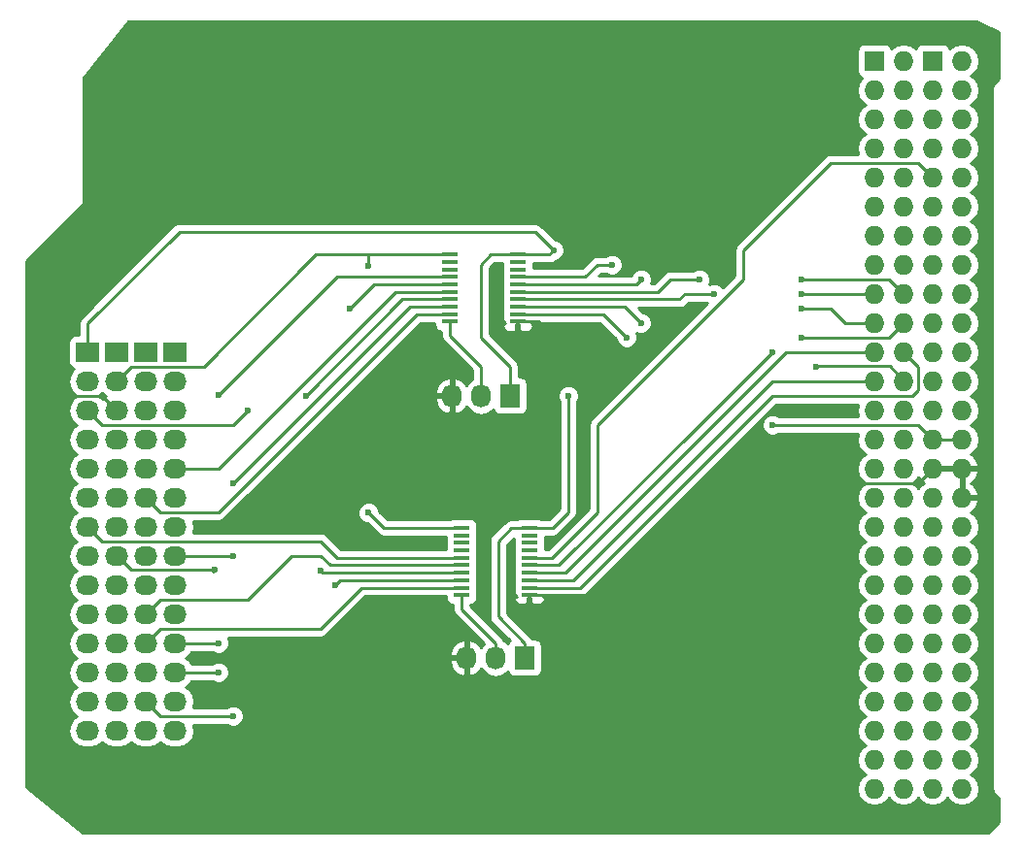
<source format=gbr>
G04 #@! TF.FileFunction,Copper,L1,Top,Signal*
%FSLAX46Y46*%
G04 Gerber Fmt 4.6, Leading zero omitted, Abs format (unit mm)*
G04 Created by KiCad (PCBNEW (2015-04-08 BZR 5585)-product) date Thu 09 Apr 2015 06:27:39 PM CLST*
%MOMM*%
G01*
G04 APERTURE LIST*
%ADD10C,0.100000*%
%ADD11R,1.727200X1.727200*%
%ADD12O,1.727200X1.727200*%
%ADD13R,2.032000X1.727200*%
%ADD14O,2.032000X1.727200*%
%ADD15R,1.727200X2.032000*%
%ADD16O,1.727200X2.032000*%
%ADD17R,1.450000X0.450000*%
%ADD18C,0.600000*%
%ADD19C,0.250000*%
%ADD20C,0.254000*%
G04 APERTURE END LIST*
D10*
D11*
X132080000Y-68580000D03*
D12*
X134620000Y-68580000D03*
X132080000Y-71120000D03*
X134620000Y-71120000D03*
X132080000Y-73660000D03*
X134620000Y-73660000D03*
X132080000Y-76200000D03*
X134620000Y-76200000D03*
X132080000Y-78740000D03*
X134620000Y-78740000D03*
X132080000Y-81280000D03*
X134620000Y-81280000D03*
X132080000Y-83820000D03*
X134620000Y-83820000D03*
X132080000Y-86360000D03*
X134620000Y-86360000D03*
X132080000Y-88900000D03*
X134620000Y-88900000D03*
X132080000Y-91440000D03*
X134620000Y-91440000D03*
X132080000Y-93980000D03*
X134620000Y-93980000D03*
X132080000Y-96520000D03*
X134620000Y-96520000D03*
X132080000Y-99060000D03*
X134620000Y-99060000D03*
X132080000Y-101600000D03*
X134620000Y-101600000D03*
X132080000Y-104140000D03*
X134620000Y-104140000D03*
X132080000Y-106680000D03*
X134620000Y-106680000D03*
X132080000Y-109220000D03*
X134620000Y-109220000D03*
X132080000Y-111760000D03*
X134620000Y-111760000D03*
X132080000Y-114300000D03*
X134620000Y-114300000D03*
X132080000Y-116840000D03*
X134620000Y-116840000D03*
X132080000Y-119380000D03*
X134620000Y-119380000D03*
X132080000Y-121920000D03*
X134620000Y-121920000D03*
X132080000Y-124460000D03*
X134620000Y-124460000D03*
X132080000Y-127000000D03*
X134620000Y-127000000D03*
X132080000Y-129540000D03*
X134620000Y-129540000D03*
X132080000Y-132080000D03*
X134620000Y-132080000D03*
D11*
X137160000Y-68580000D03*
D12*
X139700000Y-68580000D03*
X137160000Y-71120000D03*
X139700000Y-71120000D03*
X137160000Y-73660000D03*
X139700000Y-73660000D03*
X137160000Y-76200000D03*
X139700000Y-76200000D03*
X137160000Y-78740000D03*
X139700000Y-78740000D03*
X137160000Y-81280000D03*
X139700000Y-81280000D03*
X137160000Y-83820000D03*
X139700000Y-83820000D03*
X137160000Y-86360000D03*
X139700000Y-86360000D03*
X137160000Y-88900000D03*
X139700000Y-88900000D03*
X137160000Y-91440000D03*
X139700000Y-91440000D03*
X137160000Y-93980000D03*
X139700000Y-93980000D03*
X137160000Y-96520000D03*
X139700000Y-96520000D03*
X137160000Y-99060000D03*
X139700000Y-99060000D03*
X137160000Y-101600000D03*
X139700000Y-101600000D03*
X137160000Y-104140000D03*
X139700000Y-104140000D03*
X137160000Y-106680000D03*
X139700000Y-106680000D03*
X137160000Y-109220000D03*
X139700000Y-109220000D03*
X137160000Y-111760000D03*
X139700000Y-111760000D03*
X137160000Y-114300000D03*
X139700000Y-114300000D03*
X137160000Y-116840000D03*
X139700000Y-116840000D03*
X137160000Y-119380000D03*
X139700000Y-119380000D03*
X137160000Y-121920000D03*
X139700000Y-121920000D03*
X137160000Y-124460000D03*
X139700000Y-124460000D03*
X137160000Y-127000000D03*
X139700000Y-127000000D03*
X137160000Y-129540000D03*
X139700000Y-129540000D03*
X137160000Y-132080000D03*
X139700000Y-132080000D03*
D13*
X71120000Y-93980000D03*
D14*
X71120000Y-96520000D03*
X71120000Y-99060000D03*
X71120000Y-101600000D03*
X71120000Y-104140000D03*
X71120000Y-106680000D03*
X71120000Y-109220000D03*
X71120000Y-111760000D03*
X71120000Y-114300000D03*
X71120000Y-116840000D03*
X71120000Y-119380000D03*
X71120000Y-121920000D03*
X71120000Y-124460000D03*
X71120000Y-127000000D03*
D13*
X68580000Y-93980000D03*
D14*
X68580000Y-96520000D03*
X68580000Y-99060000D03*
X68580000Y-101600000D03*
X68580000Y-104140000D03*
X68580000Y-106680000D03*
X68580000Y-109220000D03*
X68580000Y-111760000D03*
X68580000Y-114300000D03*
X68580000Y-116840000D03*
X68580000Y-119380000D03*
X68580000Y-121920000D03*
X68580000Y-124460000D03*
X68580000Y-127000000D03*
D13*
X66040000Y-93980000D03*
D14*
X66040000Y-96520000D03*
X66040000Y-99060000D03*
X66040000Y-101600000D03*
X66040000Y-104140000D03*
X66040000Y-106680000D03*
X66040000Y-109220000D03*
X66040000Y-111760000D03*
X66040000Y-114300000D03*
X66040000Y-116840000D03*
X66040000Y-119380000D03*
X66040000Y-121920000D03*
X66040000Y-124460000D03*
X66040000Y-127000000D03*
D13*
X63500000Y-93980000D03*
D14*
X63500000Y-96520000D03*
X63500000Y-99060000D03*
X63500000Y-101600000D03*
X63500000Y-104140000D03*
X63500000Y-106680000D03*
X63500000Y-109220000D03*
X63500000Y-111760000D03*
X63500000Y-114300000D03*
X63500000Y-116840000D03*
X63500000Y-119380000D03*
X63500000Y-121920000D03*
X63500000Y-124460000D03*
X63500000Y-127000000D03*
D15*
X100330000Y-97790000D03*
D16*
X97790000Y-97790000D03*
X95250000Y-97790000D03*
D15*
X101600000Y-120650000D03*
D16*
X99060000Y-120650000D03*
X96520000Y-120650000D03*
D17*
X95100000Y-85485000D03*
X95100000Y-86135000D03*
X95100000Y-86785000D03*
X95100000Y-87435000D03*
X95100000Y-88085000D03*
X95100000Y-88735000D03*
X95100000Y-89385000D03*
X95100000Y-90035000D03*
X95100000Y-90685000D03*
X95100000Y-91335000D03*
X101000000Y-91335000D03*
X101000000Y-90685000D03*
X101000000Y-90035000D03*
X101000000Y-89385000D03*
X101000000Y-88735000D03*
X101000000Y-88085000D03*
X101000000Y-87435000D03*
X101000000Y-86785000D03*
X101000000Y-86135000D03*
X101000000Y-85485000D03*
X96100000Y-109335000D03*
X96100000Y-109985000D03*
X96100000Y-110635000D03*
X96100000Y-111285000D03*
X96100000Y-111935000D03*
X96100000Y-112585000D03*
X96100000Y-113235000D03*
X96100000Y-113885000D03*
X96100000Y-114535000D03*
X96100000Y-115185000D03*
X102000000Y-115185000D03*
X102000000Y-114535000D03*
X102000000Y-113885000D03*
X102000000Y-113235000D03*
X102000000Y-112585000D03*
X102000000Y-111935000D03*
X102000000Y-111285000D03*
X102000000Y-110635000D03*
X102000000Y-109985000D03*
X102000000Y-109335000D03*
D18*
X88000000Y-86500000D03*
X88000000Y-108000000D03*
X123190000Y-93980000D03*
X127000000Y-95250000D03*
X83820000Y-113030000D03*
X74930000Y-119380000D03*
X85090000Y-114300000D03*
X74930000Y-121920000D03*
X90170000Y-101600000D03*
X91440000Y-119380000D03*
X74960000Y-97760000D03*
X74550000Y-113000000D03*
X109220000Y-86360000D03*
X125730000Y-92710000D03*
X86360000Y-90170000D03*
X76200000Y-125730000D03*
X111760000Y-87630000D03*
X125730000Y-90170000D03*
X116840000Y-87630000D03*
X125730000Y-87630000D03*
X77470000Y-99060000D03*
X82550000Y-97790000D03*
X118110000Y-88900000D03*
X125730000Y-88900000D03*
X76200000Y-111760000D03*
X76200000Y-105410000D03*
X111760000Y-91440000D03*
X110490000Y-92710000D03*
X123190000Y-100330000D03*
X105410000Y-97790000D03*
X104140000Y-85090000D03*
D19*
X88000000Y-85485000D02*
X88000000Y-86500000D01*
X89335000Y-109335000D02*
X88000000Y-108000000D01*
X89335000Y-109335000D02*
X96100000Y-109335000D01*
X88000000Y-85485000D02*
X88000000Y-85500000D01*
X88000000Y-85500000D02*
X88000000Y-85485000D01*
X83000000Y-85910000D02*
X83425000Y-85485000D01*
X66040000Y-96520000D02*
X67310000Y-95250000D01*
X83425000Y-85485000D02*
X88000000Y-85485000D01*
X88000000Y-85485000D02*
X95100000Y-85485000D01*
X73660000Y-95250000D02*
X83000000Y-85910000D01*
X67310000Y-95250000D02*
X73660000Y-95250000D01*
X66040000Y-110490000D02*
X64770000Y-110490000D01*
X85265000Y-111935000D02*
X83820000Y-110490000D01*
X83820000Y-110490000D02*
X66040000Y-110490000D01*
X96100000Y-111935000D02*
X85265000Y-111935000D01*
X64770000Y-110490000D02*
X63500000Y-109220000D01*
X96100000Y-112585000D02*
X84645000Y-112585000D01*
X69850000Y-115570000D02*
X68580000Y-116840000D01*
X77470000Y-115570000D02*
X69850000Y-115570000D01*
X81280000Y-111760000D02*
X77470000Y-115570000D01*
X83820000Y-111760000D02*
X81280000Y-111760000D01*
X84645000Y-112585000D02*
X83820000Y-111760000D01*
X134620000Y-96520000D02*
X134620000Y-96420000D01*
X134620000Y-96420000D02*
X133400000Y-95200000D01*
X116840000Y-100330000D02*
X123190000Y-93980000D01*
X102000000Y-112585000D02*
X104585000Y-112585000D01*
X104585000Y-112585000D02*
X116840000Y-100330000D01*
X127050000Y-95200000D02*
X127000000Y-95250000D01*
X133400000Y-95200000D02*
X127050000Y-95200000D01*
X71120000Y-119380000D02*
X74930000Y-119380000D01*
X83820000Y-113030000D02*
X84025000Y-113235000D01*
X84025000Y-113235000D02*
X96100000Y-113235000D01*
X116600000Y-101800000D02*
X124400000Y-94000000D01*
X105165000Y-113235000D02*
X116600000Y-101800000D01*
X102000000Y-113235000D02*
X105165000Y-113235000D01*
X124400000Y-94000000D02*
X132060000Y-94000000D01*
X132060000Y-94000000D02*
X132080000Y-93980000D01*
X71120000Y-121920000D02*
X74930000Y-121920000D01*
X85505000Y-113885000D02*
X85090000Y-114300000D01*
X85505000Y-113885000D02*
X96100000Y-113885000D01*
X106680000Y-113030000D02*
X123190000Y-96520000D01*
X105825000Y-113885000D02*
X106680000Y-113030000D01*
X102000000Y-113885000D02*
X105825000Y-113885000D01*
X123190000Y-96520000D02*
X132080000Y-96520000D01*
X96100000Y-114535000D02*
X87395000Y-114535000D01*
X69850000Y-118110000D02*
X68580000Y-119380000D01*
X83820000Y-118110000D02*
X69850000Y-118110000D01*
X87395000Y-114535000D02*
X83820000Y-118110000D01*
X132800000Y-97790000D02*
X134990000Y-97790000D01*
X135900000Y-95260000D02*
X134620000Y-93980000D01*
X135900000Y-97300000D02*
X135900000Y-95260000D01*
X135400000Y-97800000D02*
X135900000Y-97300000D01*
X135000000Y-97800000D02*
X135400000Y-97800000D01*
X134990000Y-97790000D02*
X135000000Y-97800000D01*
X106445000Y-114535000D02*
X123190000Y-97790000D01*
X132810000Y-97790000D02*
X132800000Y-97790000D01*
X132800000Y-97790000D02*
X128270000Y-97790000D01*
X102000000Y-114535000D02*
X106445000Y-114535000D01*
X123190000Y-97790000D02*
X128270000Y-97790000D01*
X134620000Y-93980000D02*
X134020000Y-93980000D01*
X139700000Y-104140000D02*
X139700000Y-106680000D01*
X137160000Y-104140000D02*
X139700000Y-104140000D01*
X96520000Y-120650000D02*
X92710000Y-120650000D01*
X93980000Y-100330000D02*
X95250000Y-99060000D01*
X91440000Y-100330000D02*
X93980000Y-100330000D01*
X90170000Y-101600000D02*
X91440000Y-100330000D01*
X92710000Y-120650000D02*
X91440000Y-119380000D01*
X96520000Y-120650000D02*
X96520000Y-121920000D01*
X103755000Y-115185000D02*
X102000000Y-115185000D01*
X105410000Y-116840000D02*
X103755000Y-115185000D01*
X105410000Y-121920000D02*
X105410000Y-116840000D01*
X104140000Y-123190000D02*
X105410000Y-121920000D01*
X97790000Y-123190000D02*
X104140000Y-123190000D01*
X96520000Y-121920000D02*
X97790000Y-123190000D01*
X101000000Y-91335000D02*
X102765000Y-91335000D01*
X102765000Y-91335000D02*
X104140000Y-92710000D01*
X104140000Y-92710000D02*
X104140000Y-99060000D01*
X104140000Y-99060000D02*
X102870000Y-100330000D01*
X102870000Y-100330000D02*
X96520000Y-100330000D01*
X96520000Y-100330000D02*
X95250000Y-99060000D01*
X95250000Y-99060000D02*
X95250000Y-97790000D01*
X137160000Y-104140000D02*
X135890000Y-105410000D01*
X119765000Y-115185000D02*
X102000000Y-115185000D01*
X129540000Y-105410000D02*
X119765000Y-115185000D01*
X130810000Y-105410000D02*
X129540000Y-105410000D01*
X132080000Y-105410000D02*
X130810000Y-105410000D01*
X135890000Y-105410000D02*
X132080000Y-105410000D01*
X66040000Y-99060000D02*
X64770000Y-97790000D01*
X64770000Y-97790000D02*
X60960000Y-97790000D01*
X74550000Y-113000000D02*
X67340000Y-113000000D01*
X67340000Y-113000000D02*
X66100000Y-111760000D01*
X66100000Y-111760000D02*
X66040000Y-111760000D01*
X74550000Y-113000000D02*
X74450000Y-113100000D01*
X85285000Y-87435000D02*
X74960000Y-97760000D01*
X74960000Y-97760000D02*
X74930000Y-97790000D01*
X85285000Y-87435000D02*
X95100000Y-87435000D01*
X134620000Y-91440000D02*
X133350000Y-92710000D01*
X109220000Y-86360000D02*
X107950000Y-86360000D01*
X107950000Y-86360000D02*
X106875000Y-87435000D01*
X106875000Y-87435000D02*
X101000000Y-87435000D01*
X127000000Y-92710000D02*
X125730000Y-92710000D01*
X133350000Y-92710000D02*
X127000000Y-92710000D01*
X68580000Y-124460000D02*
X69850000Y-125730000D01*
X86360000Y-90170000D02*
X88445000Y-88085000D01*
X88445000Y-88085000D02*
X95100000Y-88085000D01*
X72390000Y-125730000D02*
X76200000Y-125730000D01*
X69850000Y-125730000D02*
X72390000Y-125730000D01*
X132080000Y-91440000D02*
X129540000Y-91440000D01*
X111760000Y-87630000D02*
X111305000Y-88085000D01*
X111305000Y-88085000D02*
X101000000Y-88085000D01*
X128270000Y-90170000D02*
X125730000Y-90170000D01*
X129540000Y-91440000D02*
X128270000Y-90170000D01*
X95100000Y-88735000D02*
X90335000Y-88735000D01*
X74930000Y-104140000D02*
X71120000Y-104140000D01*
X90335000Y-88735000D02*
X74930000Y-104140000D01*
X134620000Y-88900000D02*
X133350000Y-87630000D01*
X113195000Y-88735000D02*
X101000000Y-88735000D01*
X114300000Y-87630000D02*
X113195000Y-88735000D01*
X114300000Y-87630000D02*
X116840000Y-87630000D01*
X133350000Y-87630000D02*
X125730000Y-87630000D01*
X95100000Y-89385000D02*
X90955000Y-89385000D01*
X64770000Y-100330000D02*
X63500000Y-99060000D01*
X76200000Y-100330000D02*
X64770000Y-100330000D01*
X77470000Y-99060000D02*
X76200000Y-100330000D01*
X90955000Y-89385000D02*
X82550000Y-97790000D01*
X101000000Y-89385000D02*
X115085000Y-89385000D01*
X115570000Y-88900000D02*
X115085000Y-89385000D01*
X115570000Y-88900000D02*
X118110000Y-88900000D01*
X125730000Y-88900000D02*
X132080000Y-88900000D01*
X95100000Y-90035000D02*
X91575000Y-90035000D01*
X73050000Y-111800000D02*
X71120000Y-111760000D01*
X74900000Y-111800000D02*
X73050000Y-111800000D01*
X76200000Y-111760000D02*
X74900000Y-111800000D01*
X91575000Y-90035000D02*
X76200000Y-105410000D01*
X101000000Y-90035000D02*
X110355000Y-90035000D01*
X110355000Y-90035000D02*
X111760000Y-91440000D01*
X95100000Y-90685000D02*
X92195000Y-90685000D01*
X69850000Y-107950000D02*
X68580000Y-106680000D01*
X74930000Y-107950000D02*
X69850000Y-107950000D01*
X92195000Y-90685000D02*
X74930000Y-107950000D01*
X108465000Y-90685000D02*
X101000000Y-90685000D01*
X110490000Y-92710000D02*
X108465000Y-90685000D01*
X120650000Y-85090000D02*
X120650000Y-87630000D01*
X135890000Y-77470000D02*
X128270000Y-77470000D01*
X128270000Y-77470000D02*
X120650000Y-85090000D01*
X137160000Y-78740000D02*
X135890000Y-77470000D01*
X103965000Y-111935000D02*
X102000000Y-111935000D01*
X107950000Y-107950000D02*
X103965000Y-111935000D01*
X107950000Y-100330000D02*
X107950000Y-107950000D01*
X109220000Y-99060000D02*
X107950000Y-100330000D01*
X120650000Y-87630000D02*
X109220000Y-99060000D01*
X63500000Y-93980000D02*
X63500000Y-91500000D01*
X102500000Y-83500000D02*
X104140000Y-85090000D01*
X71498701Y-83480954D02*
X102500000Y-83500000D01*
X63500000Y-91500000D02*
X71498701Y-83480954D01*
X101000000Y-85485000D02*
X98665000Y-85485000D01*
X100330000Y-95250000D02*
X100330000Y-97790000D01*
X97790000Y-92710000D02*
X100330000Y-95250000D01*
X97790000Y-86360000D02*
X97790000Y-92710000D01*
X98665000Y-85485000D02*
X97790000Y-86360000D01*
X99290000Y-110490000D02*
X99290000Y-117070000D01*
X100445000Y-109335000D02*
X99290000Y-110490000D01*
X102000000Y-109335000D02*
X100445000Y-109335000D01*
X101600000Y-119380000D02*
X101600000Y-120650000D01*
X99290000Y-117070000D02*
X101600000Y-119380000D01*
X139700000Y-101600000D02*
X137160000Y-101600000D01*
X137160000Y-101600000D02*
X135890000Y-100330000D01*
X135890000Y-100330000D02*
X123190000Y-100330000D01*
X101000000Y-85485000D02*
X103745000Y-85485000D01*
X104025000Y-109335000D02*
X102000000Y-109335000D01*
X105410000Y-107950000D02*
X104025000Y-109335000D01*
X105410000Y-106680000D02*
X105410000Y-107950000D01*
X105410000Y-97790000D02*
X105410000Y-106680000D01*
X103745000Y-85485000D02*
X104140000Y-85090000D01*
X102115000Y-109220000D02*
X102000000Y-109335000D01*
X97790000Y-97790000D02*
X97790000Y-95250000D01*
X95100000Y-92560000D02*
X95100000Y-91335000D01*
X97790000Y-95250000D02*
X95100000Y-92560000D01*
X99060000Y-120650000D02*
X99060000Y-119380000D01*
X96100000Y-116420000D02*
X96100000Y-115185000D01*
X99060000Y-119380000D02*
X96100000Y-116420000D01*
D20*
G36*
X65105069Y-97786460D02*
X64789753Y-98068183D01*
X64744415Y-98000330D01*
X64429634Y-97790000D01*
X64744415Y-97579670D01*
X64770000Y-97541379D01*
X64795585Y-97579670D01*
X65105069Y-97786460D01*
X65105069Y-97786460D01*
G37*
X65105069Y-97786460D02*
X64789753Y-98068183D01*
X64744415Y-98000330D01*
X64429634Y-97790000D01*
X64744415Y-97579670D01*
X64770000Y-97541379D01*
X64795585Y-97579670D01*
X65105069Y-97786460D01*
G36*
X66187000Y-99187000D02*
X66167000Y-99187000D01*
X66167000Y-99207000D01*
X65913000Y-99207000D01*
X65913000Y-99187000D01*
X65893000Y-99187000D01*
X65893000Y-98933000D01*
X65913000Y-98933000D01*
X65913000Y-98913000D01*
X66167000Y-98913000D01*
X66167000Y-98933000D01*
X66187000Y-98933000D01*
X66187000Y-99187000D01*
X66187000Y-99187000D01*
G37*
X66187000Y-99187000D02*
X66167000Y-99187000D01*
X66167000Y-99207000D01*
X65913000Y-99207000D01*
X65913000Y-99187000D01*
X65893000Y-99187000D01*
X65893000Y-98933000D01*
X65913000Y-98933000D01*
X65913000Y-98913000D01*
X66167000Y-98913000D01*
X66167000Y-98933000D01*
X66187000Y-98933000D01*
X66187000Y-99187000D01*
G36*
X117545198Y-89660000D02*
X108682599Y-98522599D01*
X107412599Y-99792599D01*
X107247852Y-100039161D01*
X107190000Y-100330000D01*
X107190000Y-107635198D01*
X103650198Y-111175000D01*
X103372440Y-111175000D01*
X103372440Y-111060000D01*
X103352717Y-110958347D01*
X103372440Y-110860000D01*
X103372440Y-110410000D01*
X103352717Y-110308347D01*
X103372440Y-110210000D01*
X103372440Y-110095000D01*
X104025000Y-110095000D01*
X104315839Y-110037148D01*
X104562401Y-109872401D01*
X105947401Y-108487401D01*
X106112148Y-108240839D01*
X106170000Y-107950000D01*
X106170000Y-106680000D01*
X106170000Y-98352462D01*
X106202192Y-98320327D01*
X106344838Y-97976799D01*
X106345162Y-97604833D01*
X106203117Y-97261057D01*
X105940327Y-96997808D01*
X105596799Y-96855162D01*
X105224833Y-96854838D01*
X104881057Y-96996883D01*
X104617808Y-97259673D01*
X104475162Y-97603201D01*
X104474838Y-97975167D01*
X104616883Y-98318943D01*
X104650000Y-98352117D01*
X104650000Y-106680000D01*
X104650000Y-107635198D01*
X103710198Y-108575000D01*
X103067048Y-108575000D01*
X102974640Y-108512623D01*
X102725000Y-108462560D01*
X102127869Y-108462560D01*
X102115000Y-108460000D01*
X102102130Y-108462560D01*
X101275000Y-108462560D01*
X101032877Y-108509537D01*
X100933221Y-108575000D01*
X100445000Y-108575000D01*
X100154161Y-108632852D01*
X99907599Y-108797599D01*
X98752599Y-109952599D01*
X98587852Y-110199161D01*
X98530000Y-110490000D01*
X98530000Y-117070000D01*
X98587852Y-117360839D01*
X98752599Y-117607401D01*
X100303835Y-119158637D01*
X100281473Y-119173327D01*
X100139023Y-119384360D01*
X100131281Y-119422962D01*
X100119670Y-119405585D01*
X99779934Y-119178581D01*
X99762148Y-119089161D01*
X99597401Y-118842599D01*
X96860000Y-116105198D01*
X96860000Y-116050649D01*
X97067123Y-116010463D01*
X97279927Y-115870673D01*
X97422377Y-115659640D01*
X97472440Y-115410000D01*
X97472440Y-114960000D01*
X97452717Y-114858347D01*
X97472440Y-114760000D01*
X97472440Y-114310000D01*
X97452717Y-114208347D01*
X97472440Y-114110000D01*
X97472440Y-113660000D01*
X97452717Y-113558347D01*
X97472440Y-113460000D01*
X97472440Y-113010000D01*
X97452717Y-112908347D01*
X97472440Y-112810000D01*
X97472440Y-112360000D01*
X97452717Y-112258347D01*
X97472440Y-112160000D01*
X97472440Y-111710000D01*
X97452717Y-111608347D01*
X97472440Y-111510000D01*
X97472440Y-111060000D01*
X97452717Y-110958347D01*
X97472440Y-110860000D01*
X97472440Y-110410000D01*
X97452717Y-110308347D01*
X97472440Y-110210000D01*
X97472440Y-109760000D01*
X97452717Y-109658347D01*
X97472440Y-109560000D01*
X97472440Y-109110000D01*
X97425463Y-108867877D01*
X97285673Y-108655073D01*
X97074640Y-108512623D01*
X96825000Y-108462560D01*
X95375000Y-108462560D01*
X95132877Y-108509537D01*
X95123000Y-108516025D01*
X95123000Y-99276217D01*
X95123000Y-97917000D01*
X95123000Y-97663000D01*
X95123000Y-96303783D01*
X94890974Y-96182642D01*
X94875209Y-96185291D01*
X94347964Y-96439268D01*
X93958046Y-96875680D01*
X93764816Y-97428087D01*
X93909076Y-97663000D01*
X95123000Y-97663000D01*
X95123000Y-97917000D01*
X93909076Y-97917000D01*
X93764816Y-98151913D01*
X93958046Y-98704320D01*
X94347964Y-99140732D01*
X94875209Y-99394709D01*
X94890974Y-99397358D01*
X95123000Y-99276217D01*
X95123000Y-108516025D01*
X95033221Y-108575000D01*
X89649802Y-108575000D01*
X88935122Y-107860320D01*
X88935162Y-107814833D01*
X88793117Y-107471057D01*
X88530327Y-107207808D01*
X88186799Y-107065162D01*
X87814833Y-107064838D01*
X87471057Y-107206883D01*
X87207808Y-107469673D01*
X87065162Y-107813201D01*
X87064838Y-108185167D01*
X87206883Y-108528943D01*
X87469673Y-108792192D01*
X87813201Y-108934838D01*
X87860076Y-108934878D01*
X88797599Y-109872401D01*
X89044161Y-110037148D01*
X89335000Y-110095000D01*
X94727560Y-110095000D01*
X94727560Y-110210000D01*
X94747282Y-110311652D01*
X94727560Y-110410000D01*
X94727560Y-110860000D01*
X94747282Y-110961652D01*
X94727560Y-111060000D01*
X94727560Y-111175000D01*
X85579802Y-111175000D01*
X84357401Y-109952599D01*
X84110839Y-109787852D01*
X83820000Y-109730000D01*
X72701899Y-109730000D01*
X72803345Y-109220000D01*
X72701899Y-108710000D01*
X74930000Y-108710000D01*
X75220839Y-108652148D01*
X75467401Y-108487401D01*
X92509802Y-91445000D01*
X93727560Y-91445000D01*
X93727560Y-91560000D01*
X93774537Y-91802123D01*
X93914327Y-92014927D01*
X94125360Y-92157377D01*
X94340000Y-92200421D01*
X94340000Y-92560000D01*
X94397852Y-92850839D01*
X94562599Y-93097401D01*
X97030000Y-95564802D01*
X97030000Y-96345351D01*
X96730330Y-96545585D01*
X96523539Y-96855069D01*
X96152036Y-96439268D01*
X95624791Y-96185291D01*
X95609026Y-96182642D01*
X95377000Y-96303783D01*
X95377000Y-97663000D01*
X95397000Y-97663000D01*
X95397000Y-97917000D01*
X95377000Y-97917000D01*
X95377000Y-99276217D01*
X95609026Y-99397358D01*
X95624791Y-99394709D01*
X96152036Y-99140732D01*
X96523539Y-98724930D01*
X96730330Y-99034415D01*
X97216511Y-99359271D01*
X97790000Y-99473345D01*
X98363489Y-99359271D01*
X98849670Y-99034415D01*
X98860215Y-99018632D01*
X98865937Y-99048123D01*
X99005727Y-99260927D01*
X99216760Y-99403377D01*
X99466400Y-99453440D01*
X101193600Y-99453440D01*
X101435723Y-99406463D01*
X101648527Y-99266673D01*
X101790977Y-99055640D01*
X101841040Y-98806000D01*
X101841040Y-96774000D01*
X101794063Y-96531877D01*
X101654273Y-96319073D01*
X101443240Y-96176623D01*
X101193600Y-96126560D01*
X101090000Y-96126560D01*
X101090000Y-95250000D01*
X101041746Y-95007413D01*
X101032148Y-94959161D01*
X101032148Y-94959160D01*
X100867401Y-94712599D01*
X98550000Y-92395198D01*
X98550000Y-86674802D01*
X98979802Y-86245000D01*
X99627560Y-86245000D01*
X99627560Y-86360000D01*
X99647282Y-86461652D01*
X99627560Y-86560000D01*
X99627560Y-87010000D01*
X99647282Y-87111652D01*
X99627560Y-87210000D01*
X99627560Y-87660000D01*
X99647282Y-87761652D01*
X99627560Y-87860000D01*
X99627560Y-88310000D01*
X99647282Y-88411652D01*
X99627560Y-88510000D01*
X99627560Y-88960000D01*
X99647282Y-89061652D01*
X99627560Y-89160000D01*
X99627560Y-89610000D01*
X99647282Y-89711652D01*
X99627560Y-89810000D01*
X99627560Y-90260000D01*
X99647282Y-90361652D01*
X99627560Y-90460000D01*
X99627560Y-90910000D01*
X99641264Y-90980636D01*
X99640000Y-90983690D01*
X99640000Y-91063750D01*
X99661577Y-91085327D01*
X99674537Y-91152123D01*
X99814327Y-91364927D01*
X99936655Y-91447500D01*
X99798750Y-91447500D01*
X99640000Y-91606250D01*
X99640000Y-91686310D01*
X99736673Y-91919699D01*
X99915302Y-92098327D01*
X100148691Y-92195000D01*
X100714250Y-92195000D01*
X100873000Y-92036250D01*
X100873000Y-91557440D01*
X101127000Y-91557440D01*
X101127000Y-92036250D01*
X101285750Y-92195000D01*
X101851309Y-92195000D01*
X102084698Y-92098327D01*
X102263327Y-91919699D01*
X102360000Y-91686310D01*
X102360000Y-91606250D01*
X102215752Y-91462002D01*
X102360000Y-91462002D01*
X102360000Y-91445000D01*
X108150198Y-91445000D01*
X109554877Y-92849679D01*
X109554838Y-92895167D01*
X109696883Y-93238943D01*
X109959673Y-93502192D01*
X110303201Y-93644838D01*
X110675167Y-93645162D01*
X111018943Y-93503117D01*
X111282192Y-93240327D01*
X111424838Y-92896799D01*
X111425162Y-92524833D01*
X111319689Y-92269570D01*
X111573201Y-92374838D01*
X111945167Y-92375162D01*
X112288943Y-92233117D01*
X112552192Y-91970327D01*
X112694838Y-91626799D01*
X112695162Y-91254833D01*
X112553117Y-90911057D01*
X112290327Y-90647808D01*
X111946799Y-90505162D01*
X111899923Y-90505121D01*
X111539801Y-90145000D01*
X115085000Y-90145000D01*
X115375839Y-90087148D01*
X115622401Y-89922401D01*
X115884802Y-89660000D01*
X117545198Y-89660000D01*
X117545198Y-89660000D01*
G37*
X117545198Y-89660000D02*
X108682599Y-98522599D01*
X107412599Y-99792599D01*
X107247852Y-100039161D01*
X107190000Y-100330000D01*
X107190000Y-107635198D01*
X103650198Y-111175000D01*
X103372440Y-111175000D01*
X103372440Y-111060000D01*
X103352717Y-110958347D01*
X103372440Y-110860000D01*
X103372440Y-110410000D01*
X103352717Y-110308347D01*
X103372440Y-110210000D01*
X103372440Y-110095000D01*
X104025000Y-110095000D01*
X104315839Y-110037148D01*
X104562401Y-109872401D01*
X105947401Y-108487401D01*
X106112148Y-108240839D01*
X106170000Y-107950000D01*
X106170000Y-106680000D01*
X106170000Y-98352462D01*
X106202192Y-98320327D01*
X106344838Y-97976799D01*
X106345162Y-97604833D01*
X106203117Y-97261057D01*
X105940327Y-96997808D01*
X105596799Y-96855162D01*
X105224833Y-96854838D01*
X104881057Y-96996883D01*
X104617808Y-97259673D01*
X104475162Y-97603201D01*
X104474838Y-97975167D01*
X104616883Y-98318943D01*
X104650000Y-98352117D01*
X104650000Y-106680000D01*
X104650000Y-107635198D01*
X103710198Y-108575000D01*
X103067048Y-108575000D01*
X102974640Y-108512623D01*
X102725000Y-108462560D01*
X102127869Y-108462560D01*
X102115000Y-108460000D01*
X102102130Y-108462560D01*
X101275000Y-108462560D01*
X101032877Y-108509537D01*
X100933221Y-108575000D01*
X100445000Y-108575000D01*
X100154161Y-108632852D01*
X99907599Y-108797599D01*
X98752599Y-109952599D01*
X98587852Y-110199161D01*
X98530000Y-110490000D01*
X98530000Y-117070000D01*
X98587852Y-117360839D01*
X98752599Y-117607401D01*
X100303835Y-119158637D01*
X100281473Y-119173327D01*
X100139023Y-119384360D01*
X100131281Y-119422962D01*
X100119670Y-119405585D01*
X99779934Y-119178581D01*
X99762148Y-119089161D01*
X99597401Y-118842599D01*
X96860000Y-116105198D01*
X96860000Y-116050649D01*
X97067123Y-116010463D01*
X97279927Y-115870673D01*
X97422377Y-115659640D01*
X97472440Y-115410000D01*
X97472440Y-114960000D01*
X97452717Y-114858347D01*
X97472440Y-114760000D01*
X97472440Y-114310000D01*
X97452717Y-114208347D01*
X97472440Y-114110000D01*
X97472440Y-113660000D01*
X97452717Y-113558347D01*
X97472440Y-113460000D01*
X97472440Y-113010000D01*
X97452717Y-112908347D01*
X97472440Y-112810000D01*
X97472440Y-112360000D01*
X97452717Y-112258347D01*
X97472440Y-112160000D01*
X97472440Y-111710000D01*
X97452717Y-111608347D01*
X97472440Y-111510000D01*
X97472440Y-111060000D01*
X97452717Y-110958347D01*
X97472440Y-110860000D01*
X97472440Y-110410000D01*
X97452717Y-110308347D01*
X97472440Y-110210000D01*
X97472440Y-109760000D01*
X97452717Y-109658347D01*
X97472440Y-109560000D01*
X97472440Y-109110000D01*
X97425463Y-108867877D01*
X97285673Y-108655073D01*
X97074640Y-108512623D01*
X96825000Y-108462560D01*
X95375000Y-108462560D01*
X95132877Y-108509537D01*
X95123000Y-108516025D01*
X95123000Y-99276217D01*
X95123000Y-97917000D01*
X95123000Y-97663000D01*
X95123000Y-96303783D01*
X94890974Y-96182642D01*
X94875209Y-96185291D01*
X94347964Y-96439268D01*
X93958046Y-96875680D01*
X93764816Y-97428087D01*
X93909076Y-97663000D01*
X95123000Y-97663000D01*
X95123000Y-97917000D01*
X93909076Y-97917000D01*
X93764816Y-98151913D01*
X93958046Y-98704320D01*
X94347964Y-99140732D01*
X94875209Y-99394709D01*
X94890974Y-99397358D01*
X95123000Y-99276217D01*
X95123000Y-108516025D01*
X95033221Y-108575000D01*
X89649802Y-108575000D01*
X88935122Y-107860320D01*
X88935162Y-107814833D01*
X88793117Y-107471057D01*
X88530327Y-107207808D01*
X88186799Y-107065162D01*
X87814833Y-107064838D01*
X87471057Y-107206883D01*
X87207808Y-107469673D01*
X87065162Y-107813201D01*
X87064838Y-108185167D01*
X87206883Y-108528943D01*
X87469673Y-108792192D01*
X87813201Y-108934838D01*
X87860076Y-108934878D01*
X88797599Y-109872401D01*
X89044161Y-110037148D01*
X89335000Y-110095000D01*
X94727560Y-110095000D01*
X94727560Y-110210000D01*
X94747282Y-110311652D01*
X94727560Y-110410000D01*
X94727560Y-110860000D01*
X94747282Y-110961652D01*
X94727560Y-111060000D01*
X94727560Y-111175000D01*
X85579802Y-111175000D01*
X84357401Y-109952599D01*
X84110839Y-109787852D01*
X83820000Y-109730000D01*
X72701899Y-109730000D01*
X72803345Y-109220000D01*
X72701899Y-108710000D01*
X74930000Y-108710000D01*
X75220839Y-108652148D01*
X75467401Y-108487401D01*
X92509802Y-91445000D01*
X93727560Y-91445000D01*
X93727560Y-91560000D01*
X93774537Y-91802123D01*
X93914327Y-92014927D01*
X94125360Y-92157377D01*
X94340000Y-92200421D01*
X94340000Y-92560000D01*
X94397852Y-92850839D01*
X94562599Y-93097401D01*
X97030000Y-95564802D01*
X97030000Y-96345351D01*
X96730330Y-96545585D01*
X96523539Y-96855069D01*
X96152036Y-96439268D01*
X95624791Y-96185291D01*
X95609026Y-96182642D01*
X95377000Y-96303783D01*
X95377000Y-97663000D01*
X95397000Y-97663000D01*
X95397000Y-97917000D01*
X95377000Y-97917000D01*
X95377000Y-99276217D01*
X95609026Y-99397358D01*
X95624791Y-99394709D01*
X96152036Y-99140732D01*
X96523539Y-98724930D01*
X96730330Y-99034415D01*
X97216511Y-99359271D01*
X97790000Y-99473345D01*
X98363489Y-99359271D01*
X98849670Y-99034415D01*
X98860215Y-99018632D01*
X98865937Y-99048123D01*
X99005727Y-99260927D01*
X99216760Y-99403377D01*
X99466400Y-99453440D01*
X101193600Y-99453440D01*
X101435723Y-99406463D01*
X101648527Y-99266673D01*
X101790977Y-99055640D01*
X101841040Y-98806000D01*
X101841040Y-96774000D01*
X101794063Y-96531877D01*
X101654273Y-96319073D01*
X101443240Y-96176623D01*
X101193600Y-96126560D01*
X101090000Y-96126560D01*
X101090000Y-95250000D01*
X101041746Y-95007413D01*
X101032148Y-94959161D01*
X101032148Y-94959160D01*
X100867401Y-94712599D01*
X98550000Y-92395198D01*
X98550000Y-86674802D01*
X98979802Y-86245000D01*
X99627560Y-86245000D01*
X99627560Y-86360000D01*
X99647282Y-86461652D01*
X99627560Y-86560000D01*
X99627560Y-87010000D01*
X99647282Y-87111652D01*
X99627560Y-87210000D01*
X99627560Y-87660000D01*
X99647282Y-87761652D01*
X99627560Y-87860000D01*
X99627560Y-88310000D01*
X99647282Y-88411652D01*
X99627560Y-88510000D01*
X99627560Y-88960000D01*
X99647282Y-89061652D01*
X99627560Y-89160000D01*
X99627560Y-89610000D01*
X99647282Y-89711652D01*
X99627560Y-89810000D01*
X99627560Y-90260000D01*
X99647282Y-90361652D01*
X99627560Y-90460000D01*
X99627560Y-90910000D01*
X99641264Y-90980636D01*
X99640000Y-90983690D01*
X99640000Y-91063750D01*
X99661577Y-91085327D01*
X99674537Y-91152123D01*
X99814327Y-91364927D01*
X99936655Y-91447500D01*
X99798750Y-91447500D01*
X99640000Y-91606250D01*
X99640000Y-91686310D01*
X99736673Y-91919699D01*
X99915302Y-92098327D01*
X100148691Y-92195000D01*
X100714250Y-92195000D01*
X100873000Y-92036250D01*
X100873000Y-91557440D01*
X101127000Y-91557440D01*
X101127000Y-92036250D01*
X101285750Y-92195000D01*
X101851309Y-92195000D01*
X102084698Y-92098327D01*
X102263327Y-91919699D01*
X102360000Y-91686310D01*
X102360000Y-91606250D01*
X102215752Y-91462002D01*
X102360000Y-91462002D01*
X102360000Y-91445000D01*
X108150198Y-91445000D01*
X109554877Y-92849679D01*
X109554838Y-92895167D01*
X109696883Y-93238943D01*
X109959673Y-93502192D01*
X110303201Y-93644838D01*
X110675167Y-93645162D01*
X111018943Y-93503117D01*
X111282192Y-93240327D01*
X111424838Y-92896799D01*
X111425162Y-92524833D01*
X111319689Y-92269570D01*
X111573201Y-92374838D01*
X111945167Y-92375162D01*
X112288943Y-92233117D01*
X112552192Y-91970327D01*
X112694838Y-91626799D01*
X112695162Y-91254833D01*
X112553117Y-90911057D01*
X112290327Y-90647808D01*
X111946799Y-90505162D01*
X111899923Y-90505121D01*
X111539801Y-90145000D01*
X115085000Y-90145000D01*
X115375839Y-90087148D01*
X115622401Y-89922401D01*
X115884802Y-89660000D01*
X117545198Y-89660000D01*
G36*
X136394228Y-105404336D02*
X136070971Y-105620330D01*
X135890000Y-105891172D01*
X135709029Y-105620330D01*
X135394248Y-105410000D01*
X135709029Y-105199670D01*
X135889992Y-104928839D01*
X136271510Y-105346821D01*
X136394228Y-105404336D01*
X136394228Y-105404336D01*
G37*
X136394228Y-105404336D02*
X136070971Y-105620330D01*
X135890000Y-105891172D01*
X135709029Y-105620330D01*
X135394248Y-105410000D01*
X135709029Y-105199670D01*
X135889992Y-104928839D01*
X136271510Y-105346821D01*
X136394228Y-105404336D01*
G36*
X142873000Y-134947395D02*
X141947395Y-135873000D01*
X141227959Y-135873000D01*
X141227959Y-132080000D01*
X141113885Y-131506511D01*
X140789029Y-131020330D01*
X140474248Y-130810000D01*
X140789029Y-130599670D01*
X141113885Y-130113489D01*
X141227959Y-129540000D01*
X141113885Y-128966511D01*
X140789029Y-128480330D01*
X140474248Y-128270000D01*
X140789029Y-128059670D01*
X141113885Y-127573489D01*
X141227959Y-127000000D01*
X141113885Y-126426511D01*
X140789029Y-125940330D01*
X140474248Y-125730000D01*
X140789029Y-125519670D01*
X141113885Y-125033489D01*
X141227959Y-124460000D01*
X141113885Y-123886511D01*
X140789029Y-123400330D01*
X140474248Y-123190000D01*
X140789029Y-122979670D01*
X141113885Y-122493489D01*
X141227959Y-121920000D01*
X141113885Y-121346511D01*
X140789029Y-120860330D01*
X140474248Y-120650000D01*
X140789029Y-120439670D01*
X141113885Y-119953489D01*
X141227959Y-119380000D01*
X141113885Y-118806511D01*
X140789029Y-118320330D01*
X140474248Y-118110000D01*
X140789029Y-117899670D01*
X141113885Y-117413489D01*
X141227959Y-116840000D01*
X141113885Y-116266511D01*
X140789029Y-115780330D01*
X140474248Y-115570000D01*
X140789029Y-115359670D01*
X141113885Y-114873489D01*
X141227959Y-114300000D01*
X141113885Y-113726511D01*
X140789029Y-113240330D01*
X140474248Y-113030000D01*
X140789029Y-112819670D01*
X141113885Y-112333489D01*
X141227959Y-111760000D01*
X141113885Y-111186511D01*
X140789029Y-110700330D01*
X140474248Y-110490000D01*
X140789029Y-110279670D01*
X141113885Y-109793489D01*
X141227959Y-109220000D01*
X141113885Y-108646511D01*
X140789029Y-108160330D01*
X140465771Y-107944336D01*
X140588490Y-107886821D01*
X140982688Y-107454947D01*
X141154958Y-107039026D01*
X141154958Y-106320974D01*
X140982688Y-105905053D01*
X140588490Y-105473179D01*
X140453687Y-105410000D01*
X140588490Y-105346821D01*
X140982688Y-104914947D01*
X141154958Y-104499026D01*
X141033817Y-104267000D01*
X139827000Y-104267000D01*
X139827000Y-105345531D01*
X139827000Y-105474469D01*
X139827000Y-106553000D01*
X141033817Y-106553000D01*
X141154958Y-106320974D01*
X141154958Y-107039026D01*
X141033817Y-106807000D01*
X139827000Y-106807000D01*
X139827000Y-106827000D01*
X139573000Y-106827000D01*
X139573000Y-106807000D01*
X139553000Y-106807000D01*
X139553000Y-106553000D01*
X139573000Y-106553000D01*
X139573000Y-105474469D01*
X139573000Y-105345531D01*
X139573000Y-104267000D01*
X138493817Y-104267000D01*
X138366183Y-104267000D01*
X137287000Y-104267000D01*
X137287000Y-104287000D01*
X137033000Y-104287000D01*
X137033000Y-104267000D01*
X137013000Y-104267000D01*
X137013000Y-104013000D01*
X137033000Y-104013000D01*
X137033000Y-103993000D01*
X137287000Y-103993000D01*
X137287000Y-104013000D01*
X138366183Y-104013000D01*
X138493817Y-104013000D01*
X139573000Y-104013000D01*
X139573000Y-103993000D01*
X139827000Y-103993000D01*
X139827000Y-104013000D01*
X141033817Y-104013000D01*
X141154958Y-103780974D01*
X140982688Y-103365053D01*
X140588490Y-102933179D01*
X140465771Y-102875663D01*
X140789029Y-102659670D01*
X141113885Y-102173489D01*
X141227959Y-101600000D01*
X141113885Y-101026511D01*
X140789029Y-100540330D01*
X140474248Y-100330000D01*
X140789029Y-100119670D01*
X141113885Y-99633489D01*
X141227959Y-99060000D01*
X141113885Y-98486511D01*
X140789029Y-98000330D01*
X140474248Y-97790000D01*
X140789029Y-97579670D01*
X141113885Y-97093489D01*
X141227959Y-96520000D01*
X141113885Y-95946511D01*
X140789029Y-95460330D01*
X140474248Y-95250000D01*
X140789029Y-95039670D01*
X141113885Y-94553489D01*
X141227959Y-93980000D01*
X141113885Y-93406511D01*
X140789029Y-92920330D01*
X140474248Y-92710000D01*
X140789029Y-92499670D01*
X141113885Y-92013489D01*
X141227959Y-91440000D01*
X141113885Y-90866511D01*
X140789029Y-90380330D01*
X140474248Y-90170000D01*
X140789029Y-89959670D01*
X141113885Y-89473489D01*
X141227959Y-88900000D01*
X141113885Y-88326511D01*
X140789029Y-87840330D01*
X140474248Y-87630000D01*
X140789029Y-87419670D01*
X141113885Y-86933489D01*
X141227959Y-86360000D01*
X141113885Y-85786511D01*
X140789029Y-85300330D01*
X140474248Y-85090000D01*
X140789029Y-84879670D01*
X141113885Y-84393489D01*
X141227959Y-83820000D01*
X141113885Y-83246511D01*
X140789029Y-82760330D01*
X140474248Y-82550000D01*
X140789029Y-82339670D01*
X141113885Y-81853489D01*
X141227959Y-81280000D01*
X141113885Y-80706511D01*
X140789029Y-80220330D01*
X140474248Y-80010000D01*
X140789029Y-79799670D01*
X141113885Y-79313489D01*
X141227959Y-78740000D01*
X141113885Y-78166511D01*
X140789029Y-77680330D01*
X140474248Y-77470000D01*
X140789029Y-77259670D01*
X141113885Y-76773489D01*
X141227959Y-76200000D01*
X141113885Y-75626511D01*
X140789029Y-75140330D01*
X140474248Y-74930000D01*
X140789029Y-74719670D01*
X141113885Y-74233489D01*
X141227959Y-73660000D01*
X141113885Y-73086511D01*
X140789029Y-72600330D01*
X140474248Y-72390000D01*
X140789029Y-72179670D01*
X141113885Y-71693489D01*
X141227959Y-71120000D01*
X141113885Y-70546511D01*
X140789029Y-70060330D01*
X140474248Y-69850000D01*
X140789029Y-69639670D01*
X141113885Y-69153489D01*
X141227959Y-68580000D01*
X141113885Y-68006511D01*
X140789029Y-67520330D01*
X140302848Y-67195474D01*
X139729359Y-67081400D01*
X139670641Y-67081400D01*
X139097152Y-67195474D01*
X138630470Y-67507300D01*
X138624063Y-67474277D01*
X138484273Y-67261473D01*
X138273240Y-67119023D01*
X138023600Y-67068960D01*
X136296400Y-67068960D01*
X136054277Y-67115937D01*
X135841473Y-67255727D01*
X135699023Y-67466760D01*
X135690731Y-67508104D01*
X135222848Y-67195474D01*
X134649359Y-67081400D01*
X134590641Y-67081400D01*
X134017152Y-67195474D01*
X133550470Y-67507300D01*
X133544063Y-67474277D01*
X133404273Y-67261473D01*
X133193240Y-67119023D01*
X132943600Y-67068960D01*
X131216400Y-67068960D01*
X130974277Y-67115937D01*
X130761473Y-67255727D01*
X130619023Y-67466760D01*
X130568960Y-67716400D01*
X130568960Y-69443600D01*
X130615937Y-69685723D01*
X130755727Y-69898527D01*
X130966760Y-70040977D01*
X131007659Y-70049179D01*
X130990971Y-70060330D01*
X130666115Y-70546511D01*
X130552041Y-71120000D01*
X130666115Y-71693489D01*
X130990971Y-72179670D01*
X131305751Y-72390000D01*
X130990971Y-72600330D01*
X130666115Y-73086511D01*
X130552041Y-73660000D01*
X130666115Y-74233489D01*
X130990971Y-74719670D01*
X131305751Y-74930000D01*
X130990971Y-75140330D01*
X130666115Y-75626511D01*
X130552041Y-76200000D01*
X130653486Y-76710000D01*
X128270000Y-76710000D01*
X127979160Y-76767852D01*
X127732599Y-76932599D01*
X120112599Y-84552599D01*
X119947852Y-84799161D01*
X119890000Y-85090000D01*
X119890000Y-87315198D01*
X118868659Y-88336538D01*
X118640327Y-88107808D01*
X118296799Y-87965162D01*
X117924833Y-87964838D01*
X117669570Y-88070310D01*
X117774838Y-87816799D01*
X117775162Y-87444833D01*
X117633117Y-87101057D01*
X117370327Y-86837808D01*
X117026799Y-86695162D01*
X116654833Y-86694838D01*
X116311057Y-86836883D01*
X116277882Y-86870000D01*
X114300000Y-86870000D01*
X114009161Y-86927852D01*
X113762599Y-87092599D01*
X112880197Y-87975000D01*
X112629146Y-87975000D01*
X112694838Y-87816799D01*
X112695162Y-87444833D01*
X112553117Y-87101057D01*
X112290327Y-86837808D01*
X111946799Y-86695162D01*
X111574833Y-86694838D01*
X111231057Y-86836883D01*
X110967808Y-87099673D01*
X110874243Y-87325000D01*
X108059802Y-87325000D01*
X108264802Y-87120000D01*
X108657537Y-87120000D01*
X108689673Y-87152192D01*
X109033201Y-87294838D01*
X109405167Y-87295162D01*
X109748943Y-87153117D01*
X110012192Y-86890327D01*
X110154838Y-86546799D01*
X110155162Y-86174833D01*
X110013117Y-85831057D01*
X109750327Y-85567808D01*
X109406799Y-85425162D01*
X109034833Y-85424838D01*
X108691057Y-85566883D01*
X108657882Y-85600000D01*
X107950000Y-85600000D01*
X107659161Y-85657852D01*
X107412599Y-85822599D01*
X106560198Y-86675000D01*
X102372440Y-86675000D01*
X102372440Y-86560000D01*
X102352717Y-86458347D01*
X102372440Y-86360000D01*
X102372440Y-86245000D01*
X103745000Y-86245000D01*
X104035839Y-86187148D01*
X104278329Y-86025121D01*
X104325167Y-86025162D01*
X104668943Y-85883117D01*
X104932192Y-85620327D01*
X105074838Y-85276799D01*
X105075162Y-84904833D01*
X104933117Y-84561057D01*
X104670327Y-84297808D01*
X104326799Y-84155162D01*
X104267543Y-84155110D01*
X103029019Y-82954345D01*
X102909496Y-82877132D01*
X102791270Y-82798031D01*
X102785165Y-82796812D01*
X102779937Y-82793435D01*
X102639994Y-82767843D01*
X102500467Y-82740000D01*
X71499168Y-82720954D01*
X71498450Y-82721096D01*
X71497736Y-82720955D01*
X71353311Y-82749873D01*
X71208293Y-82778627D01*
X71207684Y-82779032D01*
X71206970Y-82779176D01*
X71084504Y-82861229D01*
X70961630Y-82943223D01*
X70961223Y-82943830D01*
X70960618Y-82944236D01*
X62961917Y-90963282D01*
X62879950Y-91086291D01*
X62797852Y-91209161D01*
X62797756Y-91209643D01*
X62797483Y-91210053D01*
X62768845Y-91354985D01*
X62740000Y-91500000D01*
X62740000Y-92468960D01*
X62484000Y-92468960D01*
X62241877Y-92515937D01*
X62029073Y-92655727D01*
X61886623Y-92866760D01*
X61836560Y-93116400D01*
X61836560Y-94843600D01*
X61883537Y-95085723D01*
X62023327Y-95298527D01*
X62234360Y-95440977D01*
X62272962Y-95448718D01*
X62255585Y-95460330D01*
X61930729Y-95946511D01*
X61816655Y-96520000D01*
X61930729Y-97093489D01*
X62255585Y-97579670D01*
X62570365Y-97790000D01*
X62255585Y-98000330D01*
X61930729Y-98486511D01*
X61816655Y-99060000D01*
X61930729Y-99633489D01*
X62255585Y-100119670D01*
X62570365Y-100330000D01*
X62255585Y-100540330D01*
X61930729Y-101026511D01*
X61816655Y-101600000D01*
X61930729Y-102173489D01*
X62255585Y-102659670D01*
X62570365Y-102870000D01*
X62255585Y-103080330D01*
X61930729Y-103566511D01*
X61816655Y-104140000D01*
X61930729Y-104713489D01*
X62255585Y-105199670D01*
X62570365Y-105410000D01*
X62255585Y-105620330D01*
X61930729Y-106106511D01*
X61816655Y-106680000D01*
X61930729Y-107253489D01*
X62255585Y-107739670D01*
X62570365Y-107950000D01*
X62255585Y-108160330D01*
X61930729Y-108646511D01*
X61816655Y-109220000D01*
X61930729Y-109793489D01*
X62255585Y-110279670D01*
X62570365Y-110490000D01*
X62255585Y-110700330D01*
X61930729Y-111186511D01*
X61816655Y-111760000D01*
X61930729Y-112333489D01*
X62255585Y-112819670D01*
X62570365Y-113030000D01*
X62255585Y-113240330D01*
X61930729Y-113726511D01*
X61816655Y-114300000D01*
X61930729Y-114873489D01*
X62255585Y-115359670D01*
X62570365Y-115570000D01*
X62255585Y-115780330D01*
X61930729Y-116266511D01*
X61816655Y-116840000D01*
X61930729Y-117413489D01*
X62255585Y-117899670D01*
X62570365Y-118110000D01*
X62255585Y-118320330D01*
X61930729Y-118806511D01*
X61816655Y-119380000D01*
X61930729Y-119953489D01*
X62255585Y-120439670D01*
X62570365Y-120650000D01*
X62255585Y-120860330D01*
X61930729Y-121346511D01*
X61816655Y-121920000D01*
X61930729Y-122493489D01*
X62255585Y-122979670D01*
X62570365Y-123190000D01*
X62255585Y-123400330D01*
X61930729Y-123886511D01*
X61816655Y-124460000D01*
X61930729Y-125033489D01*
X62255585Y-125519670D01*
X62570365Y-125730000D01*
X62255585Y-125940330D01*
X61930729Y-126426511D01*
X61816655Y-127000000D01*
X61930729Y-127573489D01*
X62255585Y-128059670D01*
X62741766Y-128384526D01*
X63315255Y-128498600D01*
X63684745Y-128498600D01*
X64258234Y-128384526D01*
X64744415Y-128059670D01*
X64770000Y-128021379D01*
X64795585Y-128059670D01*
X65281766Y-128384526D01*
X65855255Y-128498600D01*
X66224745Y-128498600D01*
X66798234Y-128384526D01*
X67284415Y-128059670D01*
X67310000Y-128021379D01*
X67335585Y-128059670D01*
X67821766Y-128384526D01*
X68395255Y-128498600D01*
X68764745Y-128498600D01*
X69338234Y-128384526D01*
X69824415Y-128059670D01*
X69850000Y-128021379D01*
X69875585Y-128059670D01*
X70361766Y-128384526D01*
X70935255Y-128498600D01*
X71304745Y-128498600D01*
X71878234Y-128384526D01*
X72364415Y-128059670D01*
X72689271Y-127573489D01*
X72803345Y-127000000D01*
X72701899Y-126490000D01*
X75637537Y-126490000D01*
X75669673Y-126522192D01*
X76013201Y-126664838D01*
X76385167Y-126665162D01*
X76728943Y-126523117D01*
X76992192Y-126260327D01*
X77134838Y-125916799D01*
X77135162Y-125544833D01*
X76993117Y-125201057D01*
X76730327Y-124937808D01*
X76386799Y-124795162D01*
X76014833Y-124794838D01*
X75671057Y-124936883D01*
X75637882Y-124970000D01*
X72701899Y-124970000D01*
X72803345Y-124460000D01*
X72689271Y-123886511D01*
X72364415Y-123400330D01*
X72049634Y-123190000D01*
X72364415Y-122979670D01*
X72564648Y-122680000D01*
X74367537Y-122680000D01*
X74399673Y-122712192D01*
X74743201Y-122854838D01*
X75115167Y-122855162D01*
X75458943Y-122713117D01*
X75722192Y-122450327D01*
X75864838Y-122106799D01*
X75865162Y-121734833D01*
X75723117Y-121391057D01*
X75460327Y-121127808D01*
X75116799Y-120985162D01*
X74744833Y-120984838D01*
X74401057Y-121126883D01*
X74367882Y-121160000D01*
X72564648Y-121160000D01*
X72364415Y-120860330D01*
X72049634Y-120650000D01*
X72364415Y-120439670D01*
X72564648Y-120140000D01*
X74367537Y-120140000D01*
X74399673Y-120172192D01*
X74743201Y-120314838D01*
X75115167Y-120315162D01*
X75458943Y-120173117D01*
X75722192Y-119910327D01*
X75864838Y-119566799D01*
X75865162Y-119194833D01*
X75730944Y-118870000D01*
X83820000Y-118870000D01*
X84110839Y-118812148D01*
X84357401Y-118647401D01*
X87709802Y-115295000D01*
X94727560Y-115295000D01*
X94727560Y-115410000D01*
X94774537Y-115652123D01*
X94914327Y-115864927D01*
X95125360Y-116007377D01*
X95340000Y-116050421D01*
X95340000Y-116420000D01*
X95397852Y-116710839D01*
X95562599Y-116957401D01*
X98006596Y-119401398D01*
X98000330Y-119405585D01*
X97793539Y-119715069D01*
X97422036Y-119299268D01*
X96894791Y-119045291D01*
X96879026Y-119042642D01*
X96647000Y-119163783D01*
X96647000Y-120523000D01*
X96667000Y-120523000D01*
X96667000Y-120777000D01*
X96647000Y-120777000D01*
X96647000Y-122136217D01*
X96879026Y-122257358D01*
X96894791Y-122254709D01*
X97422036Y-122000732D01*
X97793539Y-121584930D01*
X98000330Y-121894415D01*
X98486511Y-122219271D01*
X99060000Y-122333345D01*
X99633489Y-122219271D01*
X100119670Y-121894415D01*
X100130215Y-121878632D01*
X100135937Y-121908123D01*
X100275727Y-122120927D01*
X100486760Y-122263377D01*
X100736400Y-122313440D01*
X102463600Y-122313440D01*
X102705723Y-122266463D01*
X102918527Y-122126673D01*
X103060977Y-121915640D01*
X103111040Y-121666000D01*
X103111040Y-119634000D01*
X103064063Y-119391877D01*
X102924273Y-119179073D01*
X102713240Y-119036623D01*
X102463600Y-118986560D01*
X102233592Y-118986560D01*
X102137401Y-118842599D01*
X100050000Y-116755198D01*
X100050000Y-110804802D01*
X100630361Y-110224440D01*
X100647282Y-110311652D01*
X100627560Y-110410000D01*
X100627560Y-110860000D01*
X100647282Y-110961652D01*
X100627560Y-111060000D01*
X100627560Y-111510000D01*
X100647282Y-111611652D01*
X100627560Y-111710000D01*
X100627560Y-112160000D01*
X100647282Y-112261652D01*
X100627560Y-112360000D01*
X100627560Y-112810000D01*
X100647282Y-112911652D01*
X100627560Y-113010000D01*
X100627560Y-113460000D01*
X100647282Y-113561652D01*
X100627560Y-113660000D01*
X100627560Y-114110000D01*
X100647282Y-114211652D01*
X100627560Y-114310000D01*
X100627560Y-114760000D01*
X100641264Y-114830636D01*
X100640000Y-114833690D01*
X100640000Y-114913750D01*
X100661577Y-114935327D01*
X100674537Y-115002123D01*
X100814327Y-115214927D01*
X100936655Y-115297500D01*
X100798750Y-115297500D01*
X100640000Y-115456250D01*
X100640000Y-115536310D01*
X100736673Y-115769699D01*
X100915302Y-115948327D01*
X101148691Y-116045000D01*
X101714250Y-116045000D01*
X101873000Y-115886250D01*
X101873000Y-115407440D01*
X102127000Y-115407440D01*
X102127000Y-115886250D01*
X102285750Y-116045000D01*
X102851309Y-116045000D01*
X103084698Y-115948327D01*
X103263327Y-115769699D01*
X103360000Y-115536310D01*
X103360000Y-115456250D01*
X103215752Y-115312002D01*
X103360000Y-115312002D01*
X103360000Y-115295000D01*
X106445000Y-115295000D01*
X106735839Y-115237148D01*
X106982401Y-115072401D01*
X123504802Y-98550000D01*
X128270000Y-98550000D01*
X130653486Y-98550000D01*
X130552041Y-99060000D01*
X130653486Y-99570000D01*
X123752462Y-99570000D01*
X123720327Y-99537808D01*
X123376799Y-99395162D01*
X123004833Y-99394838D01*
X122661057Y-99536883D01*
X122397808Y-99799673D01*
X122255162Y-100143201D01*
X122254838Y-100515167D01*
X122396883Y-100858943D01*
X122659673Y-101122192D01*
X123003201Y-101264838D01*
X123375167Y-101265162D01*
X123718943Y-101123117D01*
X123752117Y-101090000D01*
X130653486Y-101090000D01*
X130552041Y-101600000D01*
X130666115Y-102173489D01*
X130990971Y-102659670D01*
X131305751Y-102870000D01*
X130990971Y-103080330D01*
X130666115Y-103566511D01*
X130552041Y-104140000D01*
X130666115Y-104713489D01*
X130990971Y-105199670D01*
X131305751Y-105410000D01*
X130990971Y-105620330D01*
X130666115Y-106106511D01*
X130552041Y-106680000D01*
X130666115Y-107253489D01*
X130990971Y-107739670D01*
X131305751Y-107950000D01*
X130990971Y-108160330D01*
X130666115Y-108646511D01*
X130552041Y-109220000D01*
X130666115Y-109793489D01*
X130990971Y-110279670D01*
X131305751Y-110490000D01*
X130990971Y-110700330D01*
X130666115Y-111186511D01*
X130552041Y-111760000D01*
X130666115Y-112333489D01*
X130990971Y-112819670D01*
X131305751Y-113030000D01*
X130990971Y-113240330D01*
X130666115Y-113726511D01*
X130552041Y-114300000D01*
X130666115Y-114873489D01*
X130990971Y-115359670D01*
X131305751Y-115570000D01*
X130990971Y-115780330D01*
X130666115Y-116266511D01*
X130552041Y-116840000D01*
X130666115Y-117413489D01*
X130990971Y-117899670D01*
X131305751Y-118110000D01*
X130990971Y-118320330D01*
X130666115Y-118806511D01*
X130552041Y-119380000D01*
X130666115Y-119953489D01*
X130990971Y-120439670D01*
X131305751Y-120650000D01*
X130990971Y-120860330D01*
X130666115Y-121346511D01*
X130552041Y-121920000D01*
X130666115Y-122493489D01*
X130990971Y-122979670D01*
X131305751Y-123190000D01*
X130990971Y-123400330D01*
X130666115Y-123886511D01*
X130552041Y-124460000D01*
X130666115Y-125033489D01*
X130990971Y-125519670D01*
X131305751Y-125730000D01*
X130990971Y-125940330D01*
X130666115Y-126426511D01*
X130552041Y-127000000D01*
X130666115Y-127573489D01*
X130990971Y-128059670D01*
X131305751Y-128270000D01*
X130990971Y-128480330D01*
X130666115Y-128966511D01*
X130552041Y-129540000D01*
X130666115Y-130113489D01*
X130990971Y-130599670D01*
X131305751Y-130810000D01*
X130990971Y-131020330D01*
X130666115Y-131506511D01*
X130552041Y-132080000D01*
X130666115Y-132653489D01*
X130990971Y-133139670D01*
X131477152Y-133464526D01*
X132050641Y-133578600D01*
X132109359Y-133578600D01*
X132682848Y-133464526D01*
X133169029Y-133139670D01*
X133350000Y-132868827D01*
X133530971Y-133139670D01*
X134017152Y-133464526D01*
X134590641Y-133578600D01*
X134649359Y-133578600D01*
X135222848Y-133464526D01*
X135709029Y-133139670D01*
X135890000Y-132868827D01*
X136070971Y-133139670D01*
X136557152Y-133464526D01*
X137130641Y-133578600D01*
X137189359Y-133578600D01*
X137762848Y-133464526D01*
X138249029Y-133139670D01*
X138430000Y-132868827D01*
X138610971Y-133139670D01*
X139097152Y-133464526D01*
X139670641Y-133578600D01*
X139729359Y-133578600D01*
X140302848Y-133464526D01*
X140789029Y-133139670D01*
X141113885Y-132653489D01*
X141227959Y-132080000D01*
X141227959Y-135873000D01*
X96393000Y-135873000D01*
X96393000Y-122136217D01*
X96393000Y-120777000D01*
X96393000Y-120523000D01*
X96393000Y-119163783D01*
X96160974Y-119042642D01*
X96145209Y-119045291D01*
X95617964Y-119299268D01*
X95228046Y-119735680D01*
X95034816Y-120288087D01*
X95179076Y-120523000D01*
X96393000Y-120523000D01*
X96393000Y-120777000D01*
X95179076Y-120777000D01*
X95034816Y-121011913D01*
X95228046Y-121564320D01*
X95617964Y-122000732D01*
X96145209Y-122254709D01*
X96160974Y-122257358D01*
X96393000Y-122136217D01*
X96393000Y-135873000D01*
X63044549Y-135873000D01*
X58127000Y-131938961D01*
X58127000Y-86052605D01*
X63127000Y-81052605D01*
X63127000Y-70044549D01*
X67061039Y-65127000D01*
X133000000Y-65127000D01*
X140000000Y-65127000D01*
X140970019Y-65127000D01*
X142873000Y-66078490D01*
X142873000Y-70158264D01*
X142515632Y-70515632D01*
X142367143Y-70737862D01*
X142315000Y-71000000D01*
X142315000Y-132000000D01*
X142367143Y-132262138D01*
X142515632Y-132484368D01*
X142873000Y-132841736D01*
X142873000Y-134947395D01*
X142873000Y-134947395D01*
G37*
X142873000Y-134947395D02*
X141947395Y-135873000D01*
X141227959Y-135873000D01*
X141227959Y-132080000D01*
X141113885Y-131506511D01*
X140789029Y-131020330D01*
X140474248Y-130810000D01*
X140789029Y-130599670D01*
X141113885Y-130113489D01*
X141227959Y-129540000D01*
X141113885Y-128966511D01*
X140789029Y-128480330D01*
X140474248Y-128270000D01*
X140789029Y-128059670D01*
X141113885Y-127573489D01*
X141227959Y-127000000D01*
X141113885Y-126426511D01*
X140789029Y-125940330D01*
X140474248Y-125730000D01*
X140789029Y-125519670D01*
X141113885Y-125033489D01*
X141227959Y-124460000D01*
X141113885Y-123886511D01*
X140789029Y-123400330D01*
X140474248Y-123190000D01*
X140789029Y-122979670D01*
X141113885Y-122493489D01*
X141227959Y-121920000D01*
X141113885Y-121346511D01*
X140789029Y-120860330D01*
X140474248Y-120650000D01*
X140789029Y-120439670D01*
X141113885Y-119953489D01*
X141227959Y-119380000D01*
X141113885Y-118806511D01*
X140789029Y-118320330D01*
X140474248Y-118110000D01*
X140789029Y-117899670D01*
X141113885Y-117413489D01*
X141227959Y-116840000D01*
X141113885Y-116266511D01*
X140789029Y-115780330D01*
X140474248Y-115570000D01*
X140789029Y-115359670D01*
X141113885Y-114873489D01*
X141227959Y-114300000D01*
X141113885Y-113726511D01*
X140789029Y-113240330D01*
X140474248Y-113030000D01*
X140789029Y-112819670D01*
X141113885Y-112333489D01*
X141227959Y-111760000D01*
X141113885Y-111186511D01*
X140789029Y-110700330D01*
X140474248Y-110490000D01*
X140789029Y-110279670D01*
X141113885Y-109793489D01*
X141227959Y-109220000D01*
X141113885Y-108646511D01*
X140789029Y-108160330D01*
X140465771Y-107944336D01*
X140588490Y-107886821D01*
X140982688Y-107454947D01*
X141154958Y-107039026D01*
X141154958Y-106320974D01*
X140982688Y-105905053D01*
X140588490Y-105473179D01*
X140453687Y-105410000D01*
X140588490Y-105346821D01*
X140982688Y-104914947D01*
X141154958Y-104499026D01*
X141033817Y-104267000D01*
X139827000Y-104267000D01*
X139827000Y-105345531D01*
X139827000Y-105474469D01*
X139827000Y-106553000D01*
X141033817Y-106553000D01*
X141154958Y-106320974D01*
X141154958Y-107039026D01*
X141033817Y-106807000D01*
X139827000Y-106807000D01*
X139827000Y-106827000D01*
X139573000Y-106827000D01*
X139573000Y-106807000D01*
X139553000Y-106807000D01*
X139553000Y-106553000D01*
X139573000Y-106553000D01*
X139573000Y-105474469D01*
X139573000Y-105345531D01*
X139573000Y-104267000D01*
X138493817Y-104267000D01*
X138366183Y-104267000D01*
X137287000Y-104267000D01*
X137287000Y-104287000D01*
X137033000Y-104287000D01*
X137033000Y-104267000D01*
X137013000Y-104267000D01*
X137013000Y-104013000D01*
X137033000Y-104013000D01*
X137033000Y-103993000D01*
X137287000Y-103993000D01*
X137287000Y-104013000D01*
X138366183Y-104013000D01*
X138493817Y-104013000D01*
X139573000Y-104013000D01*
X139573000Y-103993000D01*
X139827000Y-103993000D01*
X139827000Y-104013000D01*
X141033817Y-104013000D01*
X141154958Y-103780974D01*
X140982688Y-103365053D01*
X140588490Y-102933179D01*
X140465771Y-102875663D01*
X140789029Y-102659670D01*
X141113885Y-102173489D01*
X141227959Y-101600000D01*
X141113885Y-101026511D01*
X140789029Y-100540330D01*
X140474248Y-100330000D01*
X140789029Y-100119670D01*
X141113885Y-99633489D01*
X141227959Y-99060000D01*
X141113885Y-98486511D01*
X140789029Y-98000330D01*
X140474248Y-97790000D01*
X140789029Y-97579670D01*
X141113885Y-97093489D01*
X141227959Y-96520000D01*
X141113885Y-95946511D01*
X140789029Y-95460330D01*
X140474248Y-95250000D01*
X140789029Y-95039670D01*
X141113885Y-94553489D01*
X141227959Y-93980000D01*
X141113885Y-93406511D01*
X140789029Y-92920330D01*
X140474248Y-92710000D01*
X140789029Y-92499670D01*
X141113885Y-92013489D01*
X141227959Y-91440000D01*
X141113885Y-90866511D01*
X140789029Y-90380330D01*
X140474248Y-90170000D01*
X140789029Y-89959670D01*
X141113885Y-89473489D01*
X141227959Y-88900000D01*
X141113885Y-88326511D01*
X140789029Y-87840330D01*
X140474248Y-87630000D01*
X140789029Y-87419670D01*
X141113885Y-86933489D01*
X141227959Y-86360000D01*
X141113885Y-85786511D01*
X140789029Y-85300330D01*
X140474248Y-85090000D01*
X140789029Y-84879670D01*
X141113885Y-84393489D01*
X141227959Y-83820000D01*
X141113885Y-83246511D01*
X140789029Y-82760330D01*
X140474248Y-82550000D01*
X140789029Y-82339670D01*
X141113885Y-81853489D01*
X141227959Y-81280000D01*
X141113885Y-80706511D01*
X140789029Y-80220330D01*
X140474248Y-80010000D01*
X140789029Y-79799670D01*
X141113885Y-79313489D01*
X141227959Y-78740000D01*
X141113885Y-78166511D01*
X140789029Y-77680330D01*
X140474248Y-77470000D01*
X140789029Y-77259670D01*
X141113885Y-76773489D01*
X141227959Y-76200000D01*
X141113885Y-75626511D01*
X140789029Y-75140330D01*
X140474248Y-74930000D01*
X140789029Y-74719670D01*
X141113885Y-74233489D01*
X141227959Y-73660000D01*
X141113885Y-73086511D01*
X140789029Y-72600330D01*
X140474248Y-72390000D01*
X140789029Y-72179670D01*
X141113885Y-71693489D01*
X141227959Y-71120000D01*
X141113885Y-70546511D01*
X140789029Y-70060330D01*
X140474248Y-69850000D01*
X140789029Y-69639670D01*
X141113885Y-69153489D01*
X141227959Y-68580000D01*
X141113885Y-68006511D01*
X140789029Y-67520330D01*
X140302848Y-67195474D01*
X139729359Y-67081400D01*
X139670641Y-67081400D01*
X139097152Y-67195474D01*
X138630470Y-67507300D01*
X138624063Y-67474277D01*
X138484273Y-67261473D01*
X138273240Y-67119023D01*
X138023600Y-67068960D01*
X136296400Y-67068960D01*
X136054277Y-67115937D01*
X135841473Y-67255727D01*
X135699023Y-67466760D01*
X135690731Y-67508104D01*
X135222848Y-67195474D01*
X134649359Y-67081400D01*
X134590641Y-67081400D01*
X134017152Y-67195474D01*
X133550470Y-67507300D01*
X133544063Y-67474277D01*
X133404273Y-67261473D01*
X133193240Y-67119023D01*
X132943600Y-67068960D01*
X131216400Y-67068960D01*
X130974277Y-67115937D01*
X130761473Y-67255727D01*
X130619023Y-67466760D01*
X130568960Y-67716400D01*
X130568960Y-69443600D01*
X130615937Y-69685723D01*
X130755727Y-69898527D01*
X130966760Y-70040977D01*
X131007659Y-70049179D01*
X130990971Y-70060330D01*
X130666115Y-70546511D01*
X130552041Y-71120000D01*
X130666115Y-71693489D01*
X130990971Y-72179670D01*
X131305751Y-72390000D01*
X130990971Y-72600330D01*
X130666115Y-73086511D01*
X130552041Y-73660000D01*
X130666115Y-74233489D01*
X130990971Y-74719670D01*
X131305751Y-74930000D01*
X130990971Y-75140330D01*
X130666115Y-75626511D01*
X130552041Y-76200000D01*
X130653486Y-76710000D01*
X128270000Y-76710000D01*
X127979160Y-76767852D01*
X127732599Y-76932599D01*
X120112599Y-84552599D01*
X119947852Y-84799161D01*
X119890000Y-85090000D01*
X119890000Y-87315198D01*
X118868659Y-88336538D01*
X118640327Y-88107808D01*
X118296799Y-87965162D01*
X117924833Y-87964838D01*
X117669570Y-88070310D01*
X117774838Y-87816799D01*
X117775162Y-87444833D01*
X117633117Y-87101057D01*
X117370327Y-86837808D01*
X117026799Y-86695162D01*
X116654833Y-86694838D01*
X116311057Y-86836883D01*
X116277882Y-86870000D01*
X114300000Y-86870000D01*
X114009161Y-86927852D01*
X113762599Y-87092599D01*
X112880197Y-87975000D01*
X112629146Y-87975000D01*
X112694838Y-87816799D01*
X112695162Y-87444833D01*
X112553117Y-87101057D01*
X112290327Y-86837808D01*
X111946799Y-86695162D01*
X111574833Y-86694838D01*
X111231057Y-86836883D01*
X110967808Y-87099673D01*
X110874243Y-87325000D01*
X108059802Y-87325000D01*
X108264802Y-87120000D01*
X108657537Y-87120000D01*
X108689673Y-87152192D01*
X109033201Y-87294838D01*
X109405167Y-87295162D01*
X109748943Y-87153117D01*
X110012192Y-86890327D01*
X110154838Y-86546799D01*
X110155162Y-86174833D01*
X110013117Y-85831057D01*
X109750327Y-85567808D01*
X109406799Y-85425162D01*
X109034833Y-85424838D01*
X108691057Y-85566883D01*
X108657882Y-85600000D01*
X107950000Y-85600000D01*
X107659161Y-85657852D01*
X107412599Y-85822599D01*
X106560198Y-86675000D01*
X102372440Y-86675000D01*
X102372440Y-86560000D01*
X102352717Y-86458347D01*
X102372440Y-86360000D01*
X102372440Y-86245000D01*
X103745000Y-86245000D01*
X104035839Y-86187148D01*
X104278329Y-86025121D01*
X104325167Y-86025162D01*
X104668943Y-85883117D01*
X104932192Y-85620327D01*
X105074838Y-85276799D01*
X105075162Y-84904833D01*
X104933117Y-84561057D01*
X104670327Y-84297808D01*
X104326799Y-84155162D01*
X104267543Y-84155110D01*
X103029019Y-82954345D01*
X102909496Y-82877132D01*
X102791270Y-82798031D01*
X102785165Y-82796812D01*
X102779937Y-82793435D01*
X102639994Y-82767843D01*
X102500467Y-82740000D01*
X71499168Y-82720954D01*
X71498450Y-82721096D01*
X71497736Y-82720955D01*
X71353311Y-82749873D01*
X71208293Y-82778627D01*
X71207684Y-82779032D01*
X71206970Y-82779176D01*
X71084504Y-82861229D01*
X70961630Y-82943223D01*
X70961223Y-82943830D01*
X70960618Y-82944236D01*
X62961917Y-90963282D01*
X62879950Y-91086291D01*
X62797852Y-91209161D01*
X62797756Y-91209643D01*
X62797483Y-91210053D01*
X62768845Y-91354985D01*
X62740000Y-91500000D01*
X62740000Y-92468960D01*
X62484000Y-92468960D01*
X62241877Y-92515937D01*
X62029073Y-92655727D01*
X61886623Y-92866760D01*
X61836560Y-93116400D01*
X61836560Y-94843600D01*
X61883537Y-95085723D01*
X62023327Y-95298527D01*
X62234360Y-95440977D01*
X62272962Y-95448718D01*
X62255585Y-95460330D01*
X61930729Y-95946511D01*
X61816655Y-96520000D01*
X61930729Y-97093489D01*
X62255585Y-97579670D01*
X62570365Y-97790000D01*
X62255585Y-98000330D01*
X61930729Y-98486511D01*
X61816655Y-99060000D01*
X61930729Y-99633489D01*
X62255585Y-100119670D01*
X62570365Y-100330000D01*
X62255585Y-100540330D01*
X61930729Y-101026511D01*
X61816655Y-101600000D01*
X61930729Y-102173489D01*
X62255585Y-102659670D01*
X62570365Y-102870000D01*
X62255585Y-103080330D01*
X61930729Y-103566511D01*
X61816655Y-104140000D01*
X61930729Y-104713489D01*
X62255585Y-105199670D01*
X62570365Y-105410000D01*
X62255585Y-105620330D01*
X61930729Y-106106511D01*
X61816655Y-106680000D01*
X61930729Y-107253489D01*
X62255585Y-107739670D01*
X62570365Y-107950000D01*
X62255585Y-108160330D01*
X61930729Y-108646511D01*
X61816655Y-109220000D01*
X61930729Y-109793489D01*
X62255585Y-110279670D01*
X62570365Y-110490000D01*
X62255585Y-110700330D01*
X61930729Y-111186511D01*
X61816655Y-111760000D01*
X61930729Y-112333489D01*
X62255585Y-112819670D01*
X62570365Y-113030000D01*
X62255585Y-113240330D01*
X61930729Y-113726511D01*
X61816655Y-114300000D01*
X61930729Y-114873489D01*
X62255585Y-115359670D01*
X62570365Y-115570000D01*
X62255585Y-115780330D01*
X61930729Y-116266511D01*
X61816655Y-116840000D01*
X61930729Y-117413489D01*
X62255585Y-117899670D01*
X62570365Y-118110000D01*
X62255585Y-118320330D01*
X61930729Y-118806511D01*
X61816655Y-119380000D01*
X61930729Y-119953489D01*
X62255585Y-120439670D01*
X62570365Y-120650000D01*
X62255585Y-120860330D01*
X61930729Y-121346511D01*
X61816655Y-121920000D01*
X61930729Y-122493489D01*
X62255585Y-122979670D01*
X62570365Y-123190000D01*
X62255585Y-123400330D01*
X61930729Y-123886511D01*
X61816655Y-124460000D01*
X61930729Y-125033489D01*
X62255585Y-125519670D01*
X62570365Y-125730000D01*
X62255585Y-125940330D01*
X61930729Y-126426511D01*
X61816655Y-127000000D01*
X61930729Y-127573489D01*
X62255585Y-128059670D01*
X62741766Y-128384526D01*
X63315255Y-128498600D01*
X63684745Y-128498600D01*
X64258234Y-128384526D01*
X64744415Y-128059670D01*
X64770000Y-128021379D01*
X64795585Y-128059670D01*
X65281766Y-128384526D01*
X65855255Y-128498600D01*
X66224745Y-128498600D01*
X66798234Y-128384526D01*
X67284415Y-128059670D01*
X67310000Y-128021379D01*
X67335585Y-128059670D01*
X67821766Y-128384526D01*
X68395255Y-128498600D01*
X68764745Y-128498600D01*
X69338234Y-128384526D01*
X69824415Y-128059670D01*
X69850000Y-128021379D01*
X69875585Y-128059670D01*
X70361766Y-128384526D01*
X70935255Y-128498600D01*
X71304745Y-128498600D01*
X71878234Y-128384526D01*
X72364415Y-128059670D01*
X72689271Y-127573489D01*
X72803345Y-127000000D01*
X72701899Y-126490000D01*
X75637537Y-126490000D01*
X75669673Y-126522192D01*
X76013201Y-126664838D01*
X76385167Y-126665162D01*
X76728943Y-126523117D01*
X76992192Y-126260327D01*
X77134838Y-125916799D01*
X77135162Y-125544833D01*
X76993117Y-125201057D01*
X76730327Y-124937808D01*
X76386799Y-124795162D01*
X76014833Y-124794838D01*
X75671057Y-124936883D01*
X75637882Y-124970000D01*
X72701899Y-124970000D01*
X72803345Y-124460000D01*
X72689271Y-123886511D01*
X72364415Y-123400330D01*
X72049634Y-123190000D01*
X72364415Y-122979670D01*
X72564648Y-122680000D01*
X74367537Y-122680000D01*
X74399673Y-122712192D01*
X74743201Y-122854838D01*
X75115167Y-122855162D01*
X75458943Y-122713117D01*
X75722192Y-122450327D01*
X75864838Y-122106799D01*
X75865162Y-121734833D01*
X75723117Y-121391057D01*
X75460327Y-121127808D01*
X75116799Y-120985162D01*
X74744833Y-120984838D01*
X74401057Y-121126883D01*
X74367882Y-121160000D01*
X72564648Y-121160000D01*
X72364415Y-120860330D01*
X72049634Y-120650000D01*
X72364415Y-120439670D01*
X72564648Y-120140000D01*
X74367537Y-120140000D01*
X74399673Y-120172192D01*
X74743201Y-120314838D01*
X75115167Y-120315162D01*
X75458943Y-120173117D01*
X75722192Y-119910327D01*
X75864838Y-119566799D01*
X75865162Y-119194833D01*
X75730944Y-118870000D01*
X83820000Y-118870000D01*
X84110839Y-118812148D01*
X84357401Y-118647401D01*
X87709802Y-115295000D01*
X94727560Y-115295000D01*
X94727560Y-115410000D01*
X94774537Y-115652123D01*
X94914327Y-115864927D01*
X95125360Y-116007377D01*
X95340000Y-116050421D01*
X95340000Y-116420000D01*
X95397852Y-116710839D01*
X95562599Y-116957401D01*
X98006596Y-119401398D01*
X98000330Y-119405585D01*
X97793539Y-119715069D01*
X97422036Y-119299268D01*
X96894791Y-119045291D01*
X96879026Y-119042642D01*
X96647000Y-119163783D01*
X96647000Y-120523000D01*
X96667000Y-120523000D01*
X96667000Y-120777000D01*
X96647000Y-120777000D01*
X96647000Y-122136217D01*
X96879026Y-122257358D01*
X96894791Y-122254709D01*
X97422036Y-122000732D01*
X97793539Y-121584930D01*
X98000330Y-121894415D01*
X98486511Y-122219271D01*
X99060000Y-122333345D01*
X99633489Y-122219271D01*
X100119670Y-121894415D01*
X100130215Y-121878632D01*
X100135937Y-121908123D01*
X100275727Y-122120927D01*
X100486760Y-122263377D01*
X100736400Y-122313440D01*
X102463600Y-122313440D01*
X102705723Y-122266463D01*
X102918527Y-122126673D01*
X103060977Y-121915640D01*
X103111040Y-121666000D01*
X103111040Y-119634000D01*
X103064063Y-119391877D01*
X102924273Y-119179073D01*
X102713240Y-119036623D01*
X102463600Y-118986560D01*
X102233592Y-118986560D01*
X102137401Y-118842599D01*
X100050000Y-116755198D01*
X100050000Y-110804802D01*
X100630361Y-110224440D01*
X100647282Y-110311652D01*
X100627560Y-110410000D01*
X100627560Y-110860000D01*
X100647282Y-110961652D01*
X100627560Y-111060000D01*
X100627560Y-111510000D01*
X100647282Y-111611652D01*
X100627560Y-111710000D01*
X100627560Y-112160000D01*
X100647282Y-112261652D01*
X100627560Y-112360000D01*
X100627560Y-112810000D01*
X100647282Y-112911652D01*
X100627560Y-113010000D01*
X100627560Y-113460000D01*
X100647282Y-113561652D01*
X100627560Y-113660000D01*
X100627560Y-114110000D01*
X100647282Y-114211652D01*
X100627560Y-114310000D01*
X100627560Y-114760000D01*
X100641264Y-114830636D01*
X100640000Y-114833690D01*
X100640000Y-114913750D01*
X100661577Y-114935327D01*
X100674537Y-115002123D01*
X100814327Y-115214927D01*
X100936655Y-115297500D01*
X100798750Y-115297500D01*
X100640000Y-115456250D01*
X100640000Y-115536310D01*
X100736673Y-115769699D01*
X100915302Y-115948327D01*
X101148691Y-116045000D01*
X101714250Y-116045000D01*
X101873000Y-115886250D01*
X101873000Y-115407440D01*
X102127000Y-115407440D01*
X102127000Y-115886250D01*
X102285750Y-116045000D01*
X102851309Y-116045000D01*
X103084698Y-115948327D01*
X103263327Y-115769699D01*
X103360000Y-115536310D01*
X103360000Y-115456250D01*
X103215752Y-115312002D01*
X103360000Y-115312002D01*
X103360000Y-115295000D01*
X106445000Y-115295000D01*
X106735839Y-115237148D01*
X106982401Y-115072401D01*
X123504802Y-98550000D01*
X128270000Y-98550000D01*
X130653486Y-98550000D01*
X130552041Y-99060000D01*
X130653486Y-99570000D01*
X123752462Y-99570000D01*
X123720327Y-99537808D01*
X123376799Y-99395162D01*
X123004833Y-99394838D01*
X122661057Y-99536883D01*
X122397808Y-99799673D01*
X122255162Y-100143201D01*
X122254838Y-100515167D01*
X122396883Y-100858943D01*
X122659673Y-101122192D01*
X123003201Y-101264838D01*
X123375167Y-101265162D01*
X123718943Y-101123117D01*
X123752117Y-101090000D01*
X130653486Y-101090000D01*
X130552041Y-101600000D01*
X130666115Y-102173489D01*
X130990971Y-102659670D01*
X131305751Y-102870000D01*
X130990971Y-103080330D01*
X130666115Y-103566511D01*
X130552041Y-104140000D01*
X130666115Y-104713489D01*
X130990971Y-105199670D01*
X131305751Y-105410000D01*
X130990971Y-105620330D01*
X130666115Y-106106511D01*
X130552041Y-106680000D01*
X130666115Y-107253489D01*
X130990971Y-107739670D01*
X131305751Y-107950000D01*
X130990971Y-108160330D01*
X130666115Y-108646511D01*
X130552041Y-109220000D01*
X130666115Y-109793489D01*
X130990971Y-110279670D01*
X131305751Y-110490000D01*
X130990971Y-110700330D01*
X130666115Y-111186511D01*
X130552041Y-111760000D01*
X130666115Y-112333489D01*
X130990971Y-112819670D01*
X131305751Y-113030000D01*
X130990971Y-113240330D01*
X130666115Y-113726511D01*
X130552041Y-114300000D01*
X130666115Y-114873489D01*
X130990971Y-115359670D01*
X131305751Y-115570000D01*
X130990971Y-115780330D01*
X130666115Y-116266511D01*
X130552041Y-116840000D01*
X130666115Y-117413489D01*
X130990971Y-117899670D01*
X131305751Y-118110000D01*
X130990971Y-118320330D01*
X130666115Y-118806511D01*
X130552041Y-119380000D01*
X130666115Y-119953489D01*
X130990971Y-120439670D01*
X131305751Y-120650000D01*
X130990971Y-120860330D01*
X130666115Y-121346511D01*
X130552041Y-121920000D01*
X130666115Y-122493489D01*
X130990971Y-122979670D01*
X131305751Y-123190000D01*
X130990971Y-123400330D01*
X130666115Y-123886511D01*
X130552041Y-124460000D01*
X130666115Y-125033489D01*
X130990971Y-125519670D01*
X131305751Y-125730000D01*
X130990971Y-125940330D01*
X130666115Y-126426511D01*
X130552041Y-127000000D01*
X130666115Y-127573489D01*
X130990971Y-128059670D01*
X131305751Y-128270000D01*
X130990971Y-128480330D01*
X130666115Y-128966511D01*
X130552041Y-129540000D01*
X130666115Y-130113489D01*
X130990971Y-130599670D01*
X131305751Y-130810000D01*
X130990971Y-131020330D01*
X130666115Y-131506511D01*
X130552041Y-132080000D01*
X130666115Y-132653489D01*
X130990971Y-133139670D01*
X131477152Y-133464526D01*
X132050641Y-133578600D01*
X132109359Y-133578600D01*
X132682848Y-133464526D01*
X133169029Y-133139670D01*
X133350000Y-132868827D01*
X133530971Y-133139670D01*
X134017152Y-133464526D01*
X134590641Y-133578600D01*
X134649359Y-133578600D01*
X135222848Y-133464526D01*
X135709029Y-133139670D01*
X135890000Y-132868827D01*
X136070971Y-133139670D01*
X136557152Y-133464526D01*
X137130641Y-133578600D01*
X137189359Y-133578600D01*
X137762848Y-133464526D01*
X138249029Y-133139670D01*
X138430000Y-132868827D01*
X138610971Y-133139670D01*
X139097152Y-133464526D01*
X139670641Y-133578600D01*
X139729359Y-133578600D01*
X140302848Y-133464526D01*
X140789029Y-133139670D01*
X141113885Y-132653489D01*
X141227959Y-132080000D01*
X141227959Y-135873000D01*
X96393000Y-135873000D01*
X96393000Y-122136217D01*
X96393000Y-120777000D01*
X96393000Y-120523000D01*
X96393000Y-119163783D01*
X96160974Y-119042642D01*
X96145209Y-119045291D01*
X95617964Y-119299268D01*
X95228046Y-119735680D01*
X95034816Y-120288087D01*
X95179076Y-120523000D01*
X96393000Y-120523000D01*
X96393000Y-120777000D01*
X95179076Y-120777000D01*
X95034816Y-121011913D01*
X95228046Y-121564320D01*
X95617964Y-122000732D01*
X96145209Y-122254709D01*
X96160974Y-122257358D01*
X96393000Y-122136217D01*
X96393000Y-135873000D01*
X63044549Y-135873000D01*
X58127000Y-131938961D01*
X58127000Y-86052605D01*
X63127000Y-81052605D01*
X63127000Y-70044549D01*
X67061039Y-65127000D01*
X133000000Y-65127000D01*
X140000000Y-65127000D01*
X140970019Y-65127000D01*
X142873000Y-66078490D01*
X142873000Y-70158264D01*
X142515632Y-70515632D01*
X142367143Y-70737862D01*
X142315000Y-71000000D01*
X142315000Y-132000000D01*
X142367143Y-132262138D01*
X142515632Y-132484368D01*
X142873000Y-132841736D01*
X142873000Y-134947395D01*
M02*

</source>
